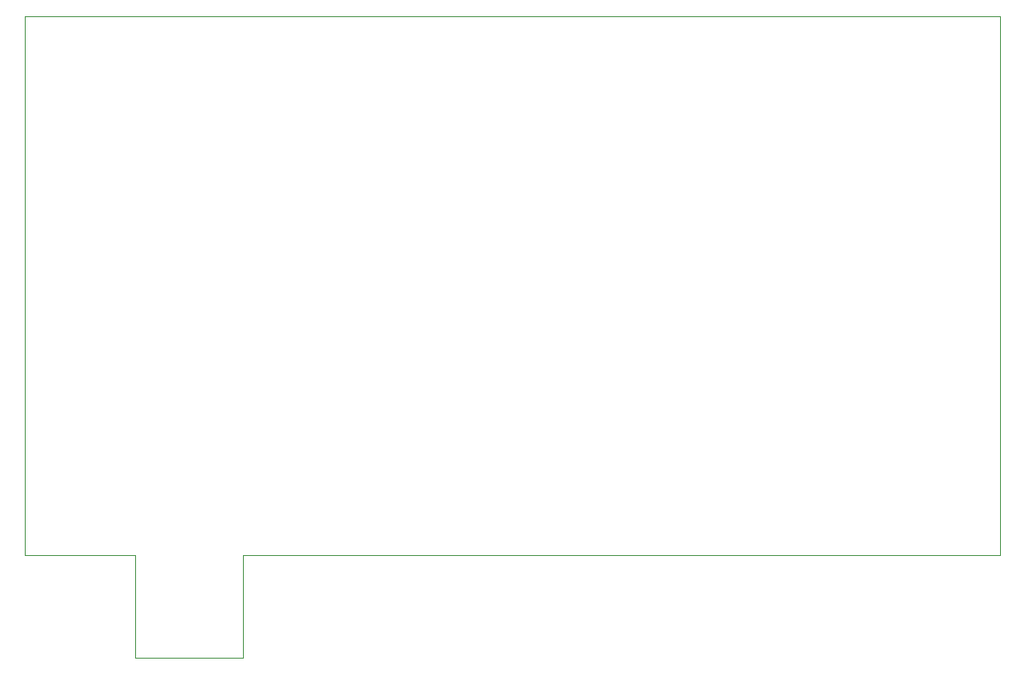
<source format=gbr>
G04 #@! TF.GenerationSoftware,KiCad,Pcbnew,7.0.2-0*
G04 #@! TF.CreationDate,2023-04-27T16:56:16-04:00*
G04 #@! TF.ProjectId,TFT_CAN,5446545f-4341-44e2-9e6b-696361645f70,rev?*
G04 #@! TF.SameCoordinates,Original*
G04 #@! TF.FileFunction,Profile,NP*
%FSLAX46Y46*%
G04 Gerber Fmt 4.6, Leading zero omitted, Abs format (unit mm)*
G04 Created by KiCad (PCBNEW 7.0.2-0) date 2023-04-27 16:56:16*
%MOMM*%
%LPD*%
G01*
G04 APERTURE LIST*
G04 #@! TA.AperFunction,Profile*
%ADD10C,0.050000*%
G04 #@! TD*
G04 APERTURE END LIST*
D10*
X119380000Y-76200000D02*
X44450000Y-76200000D01*
X44450000Y-86360000D01*
X33782000Y-86360000D01*
X33782000Y-76200000D01*
X22860000Y-76200000D01*
X22860000Y-22860000D01*
X119380000Y-22860000D01*
X119380000Y-76200000D01*
M02*

</source>
